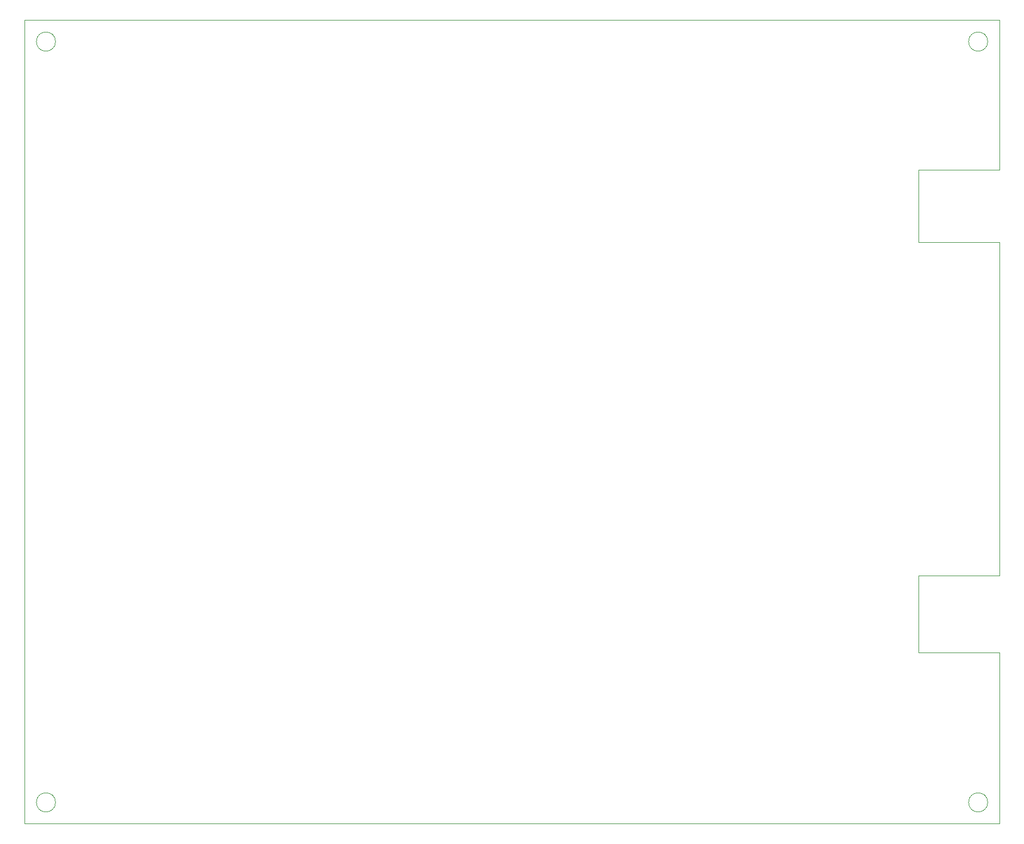
<source format=gm1>
%TF.GenerationSoftware,KiCad,Pcbnew,8.0.2*%
%TF.CreationDate,2024-05-12T20:24:49-06:00*%
%TF.ProjectId,devBoard,64657642-6f61-4726-942e-6b696361645f,rev?*%
%TF.SameCoordinates,Original*%
%TF.FileFunction,Profile,NP*%
%FSLAX46Y46*%
G04 Gerber Fmt 4.6, Leading zero omitted, Abs format (unit mm)*
G04 Created by KiCad (PCBNEW 8.0.2) date 2024-05-12 20:24:49*
%MOMM*%
%LPD*%
G01*
G04 APERTURE LIST*
%TA.AperFunction,Profile*%
%ADD10C,0.050000*%
%TD*%
G04 APERTURE END LIST*
D10*
X208747403Y-147320000D02*
G75*
G02*
X205907597Y-147320000I-1419903J0D01*
G01*
X205907597Y-147320000D02*
G75*
G02*
X208747403Y-147320000I1419903J0D01*
G01*
X70317403Y-147320000D02*
G75*
G02*
X67477597Y-147320000I-1419903J0D01*
G01*
X67477597Y-147320000D02*
G75*
G02*
X70317403Y-147320000I1419903J0D01*
G01*
X70317403Y-34290000D02*
G75*
G02*
X67477597Y-34290000I-1419903J0D01*
G01*
X67477597Y-34290000D02*
G75*
G02*
X70317403Y-34290000I1419903J0D01*
G01*
X208747403Y-34290000D02*
G75*
G02*
X205907597Y-34290000I-1419903J0D01*
G01*
X205907597Y-34290000D02*
G75*
G02*
X208747403Y-34290000I1419903J0D01*
G01*
X210502500Y-53340000D02*
X210502500Y-31115000D01*
X198437500Y-53340000D02*
X210502500Y-53340000D01*
X198437500Y-64135000D02*
X198437500Y-53340000D01*
X210502500Y-64135000D02*
X198437500Y-64135000D01*
X210502500Y-113665000D02*
X210502500Y-64135000D01*
X198437500Y-113665000D02*
X210502500Y-113665000D01*
X198437500Y-125095000D02*
X198437500Y-113665000D01*
X210502500Y-125095000D02*
X198437500Y-125095000D01*
X210502500Y-150495000D02*
X210502500Y-125095000D01*
X65722500Y-150495000D02*
X210502500Y-150495000D01*
X65722500Y-31115000D02*
X65722500Y-150495000D01*
X210502500Y-31115000D02*
X65722500Y-31115000D01*
M02*

</source>
